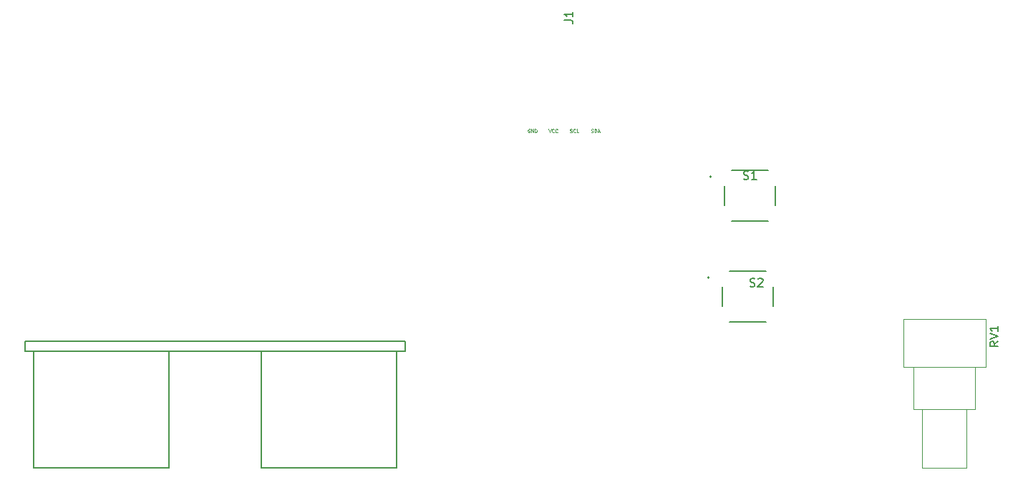
<source format=gbr>
%TF.GenerationSoftware,KiCad,Pcbnew,(7.0.0)*%
%TF.CreationDate,2025-03-31T13:01:06+03:00*%
%TF.ProjectId,test,74657374-2e6b-4696-9361-645f70636258,rev?*%
%TF.SameCoordinates,Original*%
%TF.FileFunction,OtherDrawing,Comment*%
%FSLAX46Y46*%
G04 Gerber Fmt 4.6, Leading zero omitted, Abs format (unit mm)*
G04 Created by KiCad (PCBNEW (7.0.0)) date 2025-03-31 13:01:06*
%MOMM*%
%LPD*%
G01*
G04 APERTURE LIST*
%ADD10C,0.150000*%
%ADD11C,0.080000*%
%ADD12C,0.120000*%
%ADD13C,0.127000*%
%ADD14C,0.200000*%
G04 APERTURE END LIST*
D10*
%TO.C,RV1*%
X219867380Y-101595238D02*
X219391190Y-101928571D01*
X219867380Y-102166666D02*
X218867380Y-102166666D01*
X218867380Y-102166666D02*
X218867380Y-101785714D01*
X218867380Y-101785714D02*
X218915000Y-101690476D01*
X218915000Y-101690476D02*
X218962619Y-101642857D01*
X218962619Y-101642857D02*
X219057857Y-101595238D01*
X219057857Y-101595238D02*
X219200714Y-101595238D01*
X219200714Y-101595238D02*
X219295952Y-101642857D01*
X219295952Y-101642857D02*
X219343571Y-101690476D01*
X219343571Y-101690476D02*
X219391190Y-101785714D01*
X219391190Y-101785714D02*
X219391190Y-102166666D01*
X218867380Y-101309523D02*
X219867380Y-100976190D01*
X219867380Y-100976190D02*
X218867380Y-100642857D01*
X219867380Y-99785714D02*
X219867380Y-100357142D01*
X219867380Y-100071428D02*
X218867380Y-100071428D01*
X218867380Y-100071428D02*
X219010238Y-100166666D01*
X219010238Y-100166666D02*
X219105476Y-100261904D01*
X219105476Y-100261904D02*
X219153095Y-100357142D01*
%TO.C,J1*%
X168560380Y-63579333D02*
X169274666Y-63579333D01*
X169274666Y-63579333D02*
X169417523Y-63626952D01*
X169417523Y-63626952D02*
X169512761Y-63722190D01*
X169512761Y-63722190D02*
X169560380Y-63865047D01*
X169560380Y-63865047D02*
X169560380Y-63960285D01*
X169560380Y-62579333D02*
X169560380Y-63150761D01*
X169560380Y-62865047D02*
X168560380Y-62865047D01*
X168560380Y-62865047D02*
X168703238Y-62960285D01*
X168703238Y-62960285D02*
X168798476Y-63055523D01*
X168798476Y-63055523D02*
X168846095Y-63150761D01*
%TO.C,S1*%
X189738095Y-82361761D02*
X189880952Y-82409380D01*
X189880952Y-82409380D02*
X190119047Y-82409380D01*
X190119047Y-82409380D02*
X190214285Y-82361761D01*
X190214285Y-82361761D02*
X190261904Y-82314142D01*
X190261904Y-82314142D02*
X190309523Y-82218904D01*
X190309523Y-82218904D02*
X190309523Y-82123666D01*
X190309523Y-82123666D02*
X190261904Y-82028428D01*
X190261904Y-82028428D02*
X190214285Y-81980809D01*
X190214285Y-81980809D02*
X190119047Y-81933190D01*
X190119047Y-81933190D02*
X189928571Y-81885571D01*
X189928571Y-81885571D02*
X189833333Y-81837952D01*
X189833333Y-81837952D02*
X189785714Y-81790333D01*
X189785714Y-81790333D02*
X189738095Y-81695095D01*
X189738095Y-81695095D02*
X189738095Y-81599857D01*
X189738095Y-81599857D02*
X189785714Y-81504619D01*
X189785714Y-81504619D02*
X189833333Y-81457000D01*
X189833333Y-81457000D02*
X189928571Y-81409380D01*
X189928571Y-81409380D02*
X190166666Y-81409380D01*
X190166666Y-81409380D02*
X190309523Y-81457000D01*
X191261904Y-82409380D02*
X190690476Y-82409380D01*
X190976190Y-82409380D02*
X190976190Y-81409380D01*
X190976190Y-81409380D02*
X190880952Y-81552238D01*
X190880952Y-81552238D02*
X190785714Y-81647476D01*
X190785714Y-81647476D02*
X190690476Y-81695095D01*
D11*
%TO.C,U3*%
X166694095Y-76450952D02*
X166827428Y-76850952D01*
X166827428Y-76850952D02*
X166960761Y-76450952D01*
X167322666Y-76812857D02*
X167303618Y-76831904D01*
X167303618Y-76831904D02*
X167246476Y-76850952D01*
X167246476Y-76850952D02*
X167208380Y-76850952D01*
X167208380Y-76850952D02*
X167151237Y-76831904D01*
X167151237Y-76831904D02*
X167113142Y-76793809D01*
X167113142Y-76793809D02*
X167094095Y-76755714D01*
X167094095Y-76755714D02*
X167075047Y-76679523D01*
X167075047Y-76679523D02*
X167075047Y-76622380D01*
X167075047Y-76622380D02*
X167094095Y-76546190D01*
X167094095Y-76546190D02*
X167113142Y-76508095D01*
X167113142Y-76508095D02*
X167151237Y-76470000D01*
X167151237Y-76470000D02*
X167208380Y-76450952D01*
X167208380Y-76450952D02*
X167246476Y-76450952D01*
X167246476Y-76450952D02*
X167303618Y-76470000D01*
X167303618Y-76470000D02*
X167322666Y-76489047D01*
X167722666Y-76812857D02*
X167703618Y-76831904D01*
X167703618Y-76831904D02*
X167646476Y-76850952D01*
X167646476Y-76850952D02*
X167608380Y-76850952D01*
X167608380Y-76850952D02*
X167551237Y-76831904D01*
X167551237Y-76831904D02*
X167513142Y-76793809D01*
X167513142Y-76793809D02*
X167494095Y-76755714D01*
X167494095Y-76755714D02*
X167475047Y-76679523D01*
X167475047Y-76679523D02*
X167475047Y-76622380D01*
X167475047Y-76622380D02*
X167494095Y-76546190D01*
X167494095Y-76546190D02*
X167513142Y-76508095D01*
X167513142Y-76508095D02*
X167551237Y-76470000D01*
X167551237Y-76470000D02*
X167608380Y-76450952D01*
X167608380Y-76450952D02*
X167646476Y-76450952D01*
X167646476Y-76450952D02*
X167703618Y-76470000D01*
X167703618Y-76470000D02*
X167722666Y-76489047D01*
X169232190Y-76831904D02*
X169289333Y-76850952D01*
X169289333Y-76850952D02*
X169384571Y-76850952D01*
X169384571Y-76850952D02*
X169422666Y-76831904D01*
X169422666Y-76831904D02*
X169441714Y-76812857D01*
X169441714Y-76812857D02*
X169460761Y-76774761D01*
X169460761Y-76774761D02*
X169460761Y-76736666D01*
X169460761Y-76736666D02*
X169441714Y-76698571D01*
X169441714Y-76698571D02*
X169422666Y-76679523D01*
X169422666Y-76679523D02*
X169384571Y-76660476D01*
X169384571Y-76660476D02*
X169308380Y-76641428D01*
X169308380Y-76641428D02*
X169270285Y-76622380D01*
X169270285Y-76622380D02*
X169251238Y-76603333D01*
X169251238Y-76603333D02*
X169232190Y-76565238D01*
X169232190Y-76565238D02*
X169232190Y-76527142D01*
X169232190Y-76527142D02*
X169251238Y-76489047D01*
X169251238Y-76489047D02*
X169270285Y-76470000D01*
X169270285Y-76470000D02*
X169308380Y-76450952D01*
X169308380Y-76450952D02*
X169403619Y-76450952D01*
X169403619Y-76450952D02*
X169460761Y-76470000D01*
X169860761Y-76812857D02*
X169841713Y-76831904D01*
X169841713Y-76831904D02*
X169784571Y-76850952D01*
X169784571Y-76850952D02*
X169746475Y-76850952D01*
X169746475Y-76850952D02*
X169689332Y-76831904D01*
X169689332Y-76831904D02*
X169651237Y-76793809D01*
X169651237Y-76793809D02*
X169632190Y-76755714D01*
X169632190Y-76755714D02*
X169613142Y-76679523D01*
X169613142Y-76679523D02*
X169613142Y-76622380D01*
X169613142Y-76622380D02*
X169632190Y-76546190D01*
X169632190Y-76546190D02*
X169651237Y-76508095D01*
X169651237Y-76508095D02*
X169689332Y-76470000D01*
X169689332Y-76470000D02*
X169746475Y-76450952D01*
X169746475Y-76450952D02*
X169784571Y-76450952D01*
X169784571Y-76450952D02*
X169841713Y-76470000D01*
X169841713Y-76470000D02*
X169860761Y-76489047D01*
X170222666Y-76850952D02*
X170032190Y-76850952D01*
X170032190Y-76850952D02*
X170032190Y-76450952D01*
X171732190Y-76831904D02*
X171789333Y-76850952D01*
X171789333Y-76850952D02*
X171884571Y-76850952D01*
X171884571Y-76850952D02*
X171922666Y-76831904D01*
X171922666Y-76831904D02*
X171941714Y-76812857D01*
X171941714Y-76812857D02*
X171960761Y-76774761D01*
X171960761Y-76774761D02*
X171960761Y-76736666D01*
X171960761Y-76736666D02*
X171941714Y-76698571D01*
X171941714Y-76698571D02*
X171922666Y-76679523D01*
X171922666Y-76679523D02*
X171884571Y-76660476D01*
X171884571Y-76660476D02*
X171808380Y-76641428D01*
X171808380Y-76641428D02*
X171770285Y-76622380D01*
X171770285Y-76622380D02*
X171751238Y-76603333D01*
X171751238Y-76603333D02*
X171732190Y-76565238D01*
X171732190Y-76565238D02*
X171732190Y-76527142D01*
X171732190Y-76527142D02*
X171751238Y-76489047D01*
X171751238Y-76489047D02*
X171770285Y-76470000D01*
X171770285Y-76470000D02*
X171808380Y-76450952D01*
X171808380Y-76450952D02*
X171903619Y-76450952D01*
X171903619Y-76450952D02*
X171960761Y-76470000D01*
X172132190Y-76850952D02*
X172132190Y-76450952D01*
X172132190Y-76450952D02*
X172227428Y-76450952D01*
X172227428Y-76450952D02*
X172284571Y-76470000D01*
X172284571Y-76470000D02*
X172322666Y-76508095D01*
X172322666Y-76508095D02*
X172341713Y-76546190D01*
X172341713Y-76546190D02*
X172360761Y-76622380D01*
X172360761Y-76622380D02*
X172360761Y-76679523D01*
X172360761Y-76679523D02*
X172341713Y-76755714D01*
X172341713Y-76755714D02*
X172322666Y-76793809D01*
X172322666Y-76793809D02*
X172284571Y-76831904D01*
X172284571Y-76831904D02*
X172227428Y-76850952D01*
X172227428Y-76850952D02*
X172132190Y-76850952D01*
X172513142Y-76736666D02*
X172703618Y-76736666D01*
X172475047Y-76850952D02*
X172608380Y-76450952D01*
X172608380Y-76450952D02*
X172741713Y-76850952D01*
X164460761Y-76470000D02*
X164422666Y-76450952D01*
X164422666Y-76450952D02*
X164365523Y-76450952D01*
X164365523Y-76450952D02*
X164308380Y-76470000D01*
X164308380Y-76470000D02*
X164270285Y-76508095D01*
X164270285Y-76508095D02*
X164251238Y-76546190D01*
X164251238Y-76546190D02*
X164232190Y-76622380D01*
X164232190Y-76622380D02*
X164232190Y-76679523D01*
X164232190Y-76679523D02*
X164251238Y-76755714D01*
X164251238Y-76755714D02*
X164270285Y-76793809D01*
X164270285Y-76793809D02*
X164308380Y-76831904D01*
X164308380Y-76831904D02*
X164365523Y-76850952D01*
X164365523Y-76850952D02*
X164403619Y-76850952D01*
X164403619Y-76850952D02*
X164460761Y-76831904D01*
X164460761Y-76831904D02*
X164479809Y-76812857D01*
X164479809Y-76812857D02*
X164479809Y-76679523D01*
X164479809Y-76679523D02*
X164403619Y-76679523D01*
X164651238Y-76850952D02*
X164651238Y-76450952D01*
X164651238Y-76450952D02*
X164879809Y-76850952D01*
X164879809Y-76850952D02*
X164879809Y-76450952D01*
X165070286Y-76850952D02*
X165070286Y-76450952D01*
X165070286Y-76450952D02*
X165165524Y-76450952D01*
X165165524Y-76450952D02*
X165222667Y-76470000D01*
X165222667Y-76470000D02*
X165260762Y-76508095D01*
X165260762Y-76508095D02*
X165279809Y-76546190D01*
X165279809Y-76546190D02*
X165298857Y-76622380D01*
X165298857Y-76622380D02*
X165298857Y-76679523D01*
X165298857Y-76679523D02*
X165279809Y-76755714D01*
X165279809Y-76755714D02*
X165260762Y-76793809D01*
X165260762Y-76793809D02*
X165222667Y-76831904D01*
X165222667Y-76831904D02*
X165165524Y-76850952D01*
X165165524Y-76850952D02*
X165070286Y-76850952D01*
D10*
%TO.C,S2*%
X190500095Y-95061761D02*
X190642952Y-95109380D01*
X190642952Y-95109380D02*
X190881047Y-95109380D01*
X190881047Y-95109380D02*
X190976285Y-95061761D01*
X190976285Y-95061761D02*
X191023904Y-95014142D01*
X191023904Y-95014142D02*
X191071523Y-94918904D01*
X191071523Y-94918904D02*
X191071523Y-94823666D01*
X191071523Y-94823666D02*
X191023904Y-94728428D01*
X191023904Y-94728428D02*
X190976285Y-94680809D01*
X190976285Y-94680809D02*
X190881047Y-94633190D01*
X190881047Y-94633190D02*
X190690571Y-94585571D01*
X190690571Y-94585571D02*
X190595333Y-94537952D01*
X190595333Y-94537952D02*
X190547714Y-94490333D01*
X190547714Y-94490333D02*
X190500095Y-94395095D01*
X190500095Y-94395095D02*
X190500095Y-94299857D01*
X190500095Y-94299857D02*
X190547714Y-94204619D01*
X190547714Y-94204619D02*
X190595333Y-94157000D01*
X190595333Y-94157000D02*
X190690571Y-94109380D01*
X190690571Y-94109380D02*
X190928666Y-94109380D01*
X190928666Y-94109380D02*
X191071523Y-94157000D01*
X191452476Y-94204619D02*
X191500095Y-94157000D01*
X191500095Y-94157000D02*
X191595333Y-94109380D01*
X191595333Y-94109380D02*
X191833428Y-94109380D01*
X191833428Y-94109380D02*
X191928666Y-94157000D01*
X191928666Y-94157000D02*
X191976285Y-94204619D01*
X191976285Y-94204619D02*
X192023904Y-94299857D01*
X192023904Y-94299857D02*
X192023904Y-94395095D01*
X192023904Y-94395095D02*
X191976285Y-94537952D01*
X191976285Y-94537952D02*
X191404857Y-95109380D01*
X191404857Y-95109380D02*
X192023904Y-95109380D01*
D12*
%TO.C,RV1*%
X216120000Y-116570000D02*
X210880000Y-116570000D01*
X210880000Y-109570000D02*
X210880000Y-116570000D01*
X216120000Y-109570000D02*
X216120000Y-116570000D01*
X217120000Y-109570000D02*
X209880000Y-109570000D01*
X209880000Y-104570000D02*
X209880000Y-109570000D01*
X217120000Y-104570000D02*
X217120000Y-109570000D01*
X218370000Y-104570000D02*
X208630000Y-104570000D01*
X208630000Y-98929000D02*
X208630000Y-104570000D01*
X218370000Y-98929000D02*
X218370000Y-104570000D01*
X218370000Y-98929000D02*
X208630000Y-98929000D01*
D13*
%TO.C,S1*%
X187500000Y-83152000D02*
X187500000Y-85504000D01*
X188324000Y-81328000D02*
X192676000Y-81328000D01*
X188324000Y-87328000D02*
X192676000Y-87328000D01*
X193500000Y-83152000D02*
X193500000Y-85504000D01*
D14*
X185953000Y-82102000D02*
G75*
G03*
X185953000Y-82102000I-100000J0D01*
G01*
D13*
%TO.C,S2*%
X187246000Y-95090000D02*
X187246000Y-97442000D01*
X188070000Y-93266000D02*
X192422000Y-93266000D01*
X188070000Y-99266000D02*
X192422000Y-99266000D01*
X193246000Y-95090000D02*
X193246000Y-97442000D01*
D14*
X185699000Y-94040000D02*
G75*
G03*
X185699000Y-94040000I-100000J0D01*
G01*
D13*
%TO.C,U1*%
X104754000Y-101571000D02*
X149754000Y-101571000D01*
X104754000Y-102771000D02*
X104754000Y-101571000D01*
X105754000Y-102771000D02*
X104754000Y-102771000D01*
X105754000Y-102771000D02*
X105754000Y-116571000D01*
X105754000Y-116571000D02*
X121754000Y-116571000D01*
X121754000Y-102771000D02*
X105754000Y-102771000D01*
X121754000Y-102771000D02*
X121754000Y-116571000D01*
X132754000Y-102771000D02*
X121754000Y-102771000D01*
X132754000Y-102771000D02*
X132754000Y-116571000D01*
X132754000Y-116571000D02*
X148754000Y-116571000D01*
X148754000Y-102771000D02*
X132754000Y-102771000D01*
X148754000Y-102771000D02*
X148754000Y-116571000D01*
X149754000Y-101571000D02*
X149754000Y-102771000D01*
X149754000Y-102771000D02*
X148754000Y-102771000D01*
%TD*%
M02*

</source>
